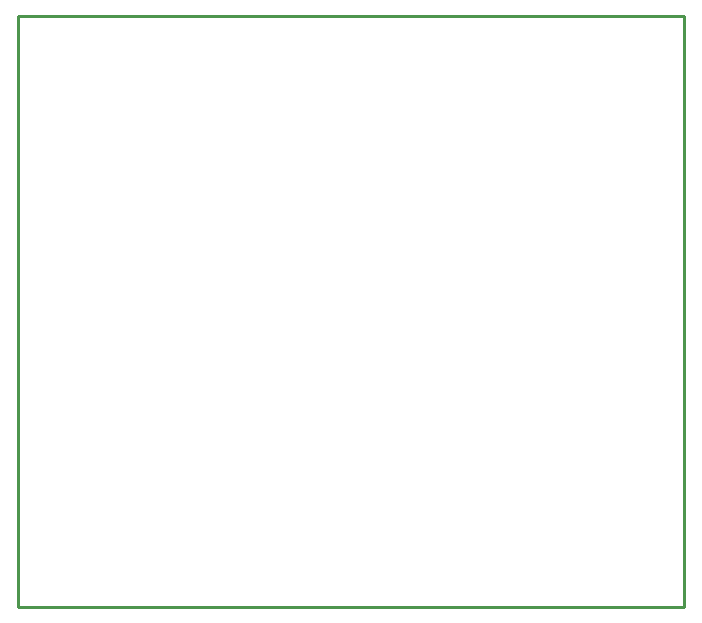
<source format=gko>
G04*
G04 #@! TF.GenerationSoftware,Altium Limited,Altium Designer,21.6.1 (37)*
G04*
G04 Layer_Color=16711935*
%FSLAX25Y25*%
%MOIN*%
G70*
G04*
G04 #@! TF.SameCoordinates,01938319-B850-4C9D-A5BA-AB94FDF17EC4*
G04*
G04*
G04 #@! TF.FilePolarity,Positive*
G04*
G01*
G75*
%ADD15C,0.01000*%
D15*
X0Y196400D02*
Y196850D01*
X222000D01*
Y-0D02*
Y196850D01*
X0Y196400D02*
X0Y-0D01*
X222000D01*
M02*

</source>
